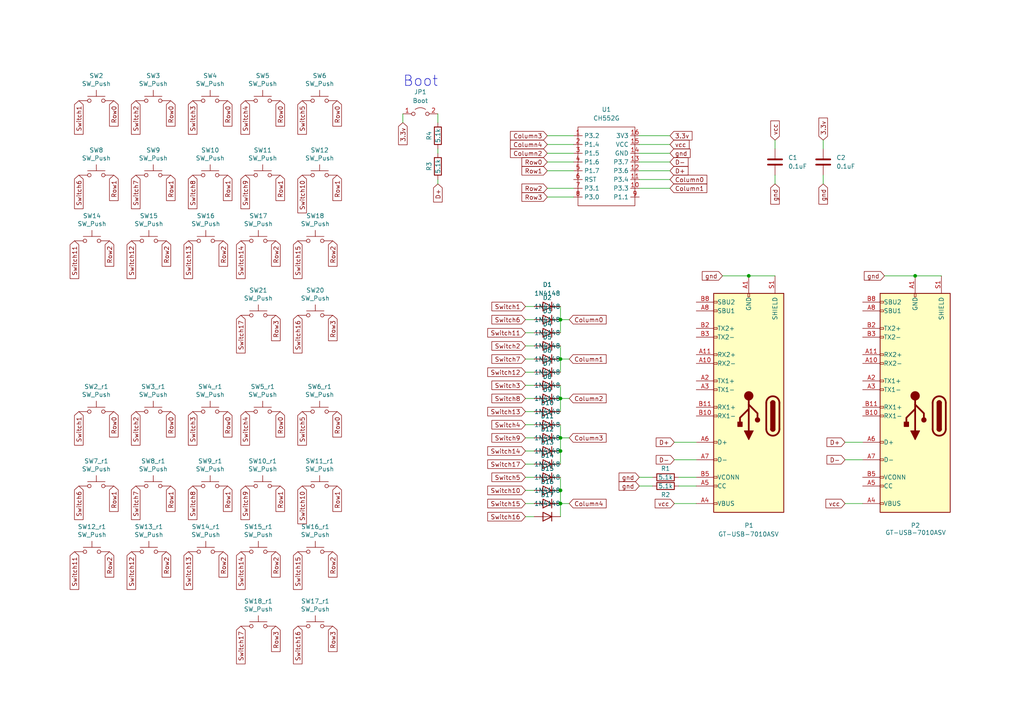
<source format=kicad_sch>
(kicad_sch (version 20211123) (generator eeschema)
  (paper "A4")
  (title_block (title "Sweep V2") (date "2021-03-10") (rev "0.1") (company "broomlabs"))
  (lib_symbols
    (symbol "CH552G:CH552G"
      (property "Reference" "U" (at 0 1.27 0))
      (property "Value" "CH552G" (at 0 -2.54 0))
      (symbol "CH552G_0_1"
        (rectangle (start -8.89 8.89) (end 7.62 -13.97))
      )
      (symbol "CH552G_1_1"
        (pin bidirectional line (at -10.16 6.35 0) (length 2.54) (name "P3.2") (number "1"))
        (pin bidirectional line (at 8.89 -8.89 180) (length 2.54) (name "P3.3") (number "10"))
        (pin bidirectional line (at 8.89 -6.35 180) (length 2.54) (name "P3.4") (number "11"))
        (pin bidirectional line (at 8.89 -3.81 180) (length 2.54) (name "P3.6") (number "12"))
        (pin bidirectional line (at 8.89 -1.27 180) (length 2.54) (name "P3.7") (number "13"))
        (pin bidirectional line (at 8.89 1.27 180) (length 2.54) (name "GND") (number "14"))
        (pin bidirectional line (at 8.89 3.81 180) (length 2.54) (name "VCC") (number "15"))
        (pin bidirectional line (at 8.89 6.35 180) (length 2.54) (name "3V3") (number "16"))
        (pin bidirectional line (at -10.16 3.81 0) (length 2.54) (name "P1.4") (number "2"))
        (pin bidirectional line (at -10.16 1.27 0) (length 2.54) (name "P1.5") (number "3"))
        (pin bidirectional line (at -10.16 -1.27 0) (length 2.54) (name "P1.6") (number "4"))
        (pin bidirectional line (at -10.16 -3.81 0) (length 2.54) (name "P1.7") (number "5"))
        (pin bidirectional line (at -10.16 -6.35 0) (length 2.54) (name "RST") (number "6"))
        (pin bidirectional line (at -10.16 -8.89 0) (length 2.54) (name "P3.1") (number "7"))
        (pin bidirectional line (at -10.16 -11.43 0) (length 2.54) (name "P3.0") (number "8"))
        (pin bidirectional line (at 8.89 -11.43 180) (length 2.54) (name "P1.1") (number "9"))
      )
    )
    (symbol "Connector:USB_C_Plug" (pin_names (offset 1.016))
      (property "Reference" "P" (at -10.16 29.21 0))
      (property "Value" "USB_C_Plug" (at 10.16 29.21 0))
      (symbol "USB_C_Plug_0_0"
        (rectangle (start -0.254 -35.56) (end 0.254 -34.544))
        (rectangle (start 10.16 -32.766) (end 9.144 -33.274))
        (rectangle (start 10.16 -30.226) (end 9.144 -30.734))
        (rectangle (start 10.16 -25.146) (end 9.144 -25.654))
        (rectangle (start 10.16 -22.606) (end 9.144 -23.114))
        (rectangle (start 10.16 -17.526) (end 9.144 -18.034))
        (rectangle (start 10.16 -14.986) (end 9.144 -15.494))
        (rectangle (start 10.16 -9.906) (end 9.144 -10.414))
        (rectangle (start 10.16 -7.366) (end 9.144 -7.874))
        (rectangle (start 10.16 -2.286) (end 9.144 -2.794))
        (rectangle (start 10.16 0.254) (end 9.144 -0.254))
        (rectangle (start 10.16 7.874) (end 9.144 7.366))
        (rectangle (start 10.16 12.954) (end 9.144 12.446))
        (rectangle (start 10.16 18.034) (end 9.144 17.526))
        (rectangle (start 10.16 20.574) (end 9.144 20.066))
        (rectangle (start 10.16 25.654) (end 9.144 25.146))
      )
      (symbol "USB_C_Plug_0_1"
        (rectangle (start -10.16 27.94) (end 10.16 -35.56) (stroke (width 0.254)) (fill (type background)))
        (arc (start -8.89 -3.81) (mid -6.985 -5.715) (end -5.08 -3.81) (stroke (width 0.508)))
        (arc (start -7.62 -3.81) (mid -6.985 -4.445) (end -6.35 -3.81) (stroke (width 0.254)))
        (arc (start -7.62 -3.81) (mid -6.985 -4.445) (end -6.35 -3.81) (stroke (width 0.254)) (fill (type outline)))
        (rectangle (start -7.62 -3.81) (end -6.35 3.81) (stroke (width 0.254)) (fill (type outline)))
        (arc (start -6.35 3.81) (mid -6.985 4.445) (end -7.62 3.81) (stroke (width 0.254)))
        (arc (start -6.35 3.81) (mid -6.985 4.445) (end -7.62 3.81) (stroke (width 0.254)) (fill (type outline)))
        (arc (start -5.08 3.81) (mid -6.985 5.715) (end -8.89 3.81) (stroke (width 0.508)))
        (polyline (pts (xy -8.89 -3.81) (xy -8.89 3.81)) (stroke (width 0.508)))
        (polyline (pts (xy -5.08 3.81) (xy -5.08 -3.81)) (stroke (width 0.508)))
      )
      (symbol "USB_C_Plug_1_1"
        (circle (center -2.54 1.143) (radius 0.635) (stroke (width 0.254)) (fill (type outline)))
        (circle (center 0 -5.842) (radius 1.27) (fill (type outline)))
        (polyline (pts (xy 0 -5.842) (xy 0 4.318)) (stroke (width 0.508)))
        (polyline (pts (xy 0 -3.302) (xy -2.54 -0.762) (xy -2.54 0.508)) (stroke (width 0.508)))
        (polyline (pts (xy 0 -2.032) (xy 2.54 0.508) (xy 2.54 1.778)) (stroke (width 0.508)))
        (polyline (pts (xy -1.27 4.318) (xy 0 6.858) (xy 1.27 4.318) (xy -1.27 4.318)) (stroke (width 0.254)) (fill (type outline)))
        (rectangle (start 1.905 1.778) (end 3.175 3.048) (stroke (width 0.254)) (fill (type outline)))
        (pin passive line (at 0 -40.64 90) (length 5.08) (name "GND") (number "A1"))
        (pin bidirectional line (at 15.24 -15.24 180) (length 5.08) (name "RX2-") (number "A10"))
        (pin bidirectional line (at 15.24 -17.78 180) (length 5.08) (name "RX2+") (number "A11"))
        (pin passive line (at 0 -40.64 90) (length 5.08) hide (name "GND") (number "A12"))
        (pin bidirectional line (at 15.24 -10.16 180) (length 5.08) (name "TX1+") (number "A2"))
        (pin bidirectional line (at 15.24 -7.62 180) (length 5.08) (name "TX1-") (number "A3"))
        (pin passive line (at 15.24 25.4 180) (length 5.08) (name "VBUS") (number "A4"))
        (pin bidirectional line (at 15.24 20.32 180) (length 5.08) (name "CC") (number "A5"))
        (pin bidirectional line (at 15.24 7.62 180) (length 5.08) (name "D+") (number "A6"))
        (pin bidirectional line (at 15.24 12.7 180) (length 5.08) (name "D-") (number "A7"))
        (pin bidirectional line (at 15.24 -30.48 180) (length 5.08) (name "SBU1") (number "A8"))
        (pin passive line (at 15.24 25.4 180) (length 5.08) hide (name "VBUS") (number "A9"))
        (pin passive line (at 0 -40.64 90) (length 5.08) hide (name "GND") (number "B1"))
        (pin bidirectional line (at 15.24 0 180) (length 5.08) (name "RX1-") (number "B10"))
        (pin bidirectional line (at 15.24 -2.54 180) (length 5.08) (name "RX1+") (number "B11"))
        (pin passive line (at 0 -40.64 90) (length 5.08) hide (name "GND") (number "B12"))
        (pin bidirectional line (at 15.24 -25.4 180) (length 5.08) (name "TX2+") (number "B2"))
        (pin bidirectional line (at 15.24 -22.86 180) (length 5.08) (name "TX2-") (number "B3"))
        (pin passive line (at 15.24 25.4 180) (length 5.08) hide (name "VBUS") (number "B4"))
        (pin bidirectional line (at 15.24 17.78 180) (length 5.08) (name "VCONN") (number "B5"))
        (pin bidirectional line (at 15.24 -33.02 180) (length 5.08) (name "SBU2") (number "B8"))
        (pin passive line (at 15.24 25.4 180) (length 5.08) hide (name "VBUS") (number "B9"))
        (pin passive line (at -7.62 -40.64 90) (length 5.08) (name "SHIELD") (number "S1"))
      )
    )
    (symbol "Device:C" (pin_numbers hide) (pin_names (offset 0.254))
      (property "Reference" "C" (at 0.635 2.54 0))
      (property "Value" "C" (at 0.635 -2.54 0))
      (symbol "C_0_1"
        (polyline (pts (xy -2.032 -0.762) (xy 2.032 -0.762)) (stroke (width 0.508)))
        (polyline (pts (xy -2.032 0.762) (xy 2.032 0.762)) (stroke (width 0.508)))
      )
      (symbol "C_1_1"
        (pin passive line (at 0 3.81 270) (length 2.794) (name "~") (number "1"))
        (pin passive line (at 0 -3.81 90) (length 2.794) (name "~") (number "2"))
      )
    )
    (symbol "Device:R" (pin_numbers hide) (pin_names (offset 0))
      (property "Reference" "R" (at 2.032 0 90))
      (property "Value" "R" (at 0 0 90))
      (symbol "R_0_1"
        (rectangle (start -1.016 -2.54) (end 1.016 2.54) (stroke (width 0.254)))
      )
      (symbol "R_1_1"
        (pin passive line (at 0 3.81 270) (length 1.27) (name "~") (number "1"))
        (pin passive line (at 0 -3.81 90) (length 1.27) (name "~") (number "2"))
      )
    )
    (symbol "Diode:1N4148" (pin_numbers hide) (pin_names hide)
      (property "Reference" "D" (at 0 2.54 0))
      (property "Value" "1N4148" (at 0 -2.54 0))
      (symbol "1N4148_0_1"
        (polyline (pts (xy -1.27 1.27) (xy -1.27 -1.27)) (stroke (width 0.254)))
        (polyline (pts (xy 1.27 0) (xy -1.27 0)))
        (polyline (pts (xy 1.27 1.27) (xy 1.27 -1.27) (xy -1.27 0) (xy 1.27 1.27)) (stroke (width 0.254)))
      )
      (symbol "1N4148_1_1"
        (pin passive line (at -3.81 0 0) (length 2.54) (name "K") (number "1"))
        (pin passive line (at 3.81 0 180) (length 2.54) (name "A") (number "2"))
      )
    )
    (symbol "Jumper:Jumper_2_Open" (pin_names (offset 0) hide)
      (property "Reference" "JP" (at 0 2.794 0))
      (property "Value" "Jumper_2_Open" (at 0 -2.286 0))
      (symbol "Jumper_2_Open_0_0"
        (circle (center -2.032 0) (radius 0.508))
        (circle (center 2.032 0) (radius 0.508))
      )
      (symbol "Jumper_2_Open_0_1"
        (arc (start 1.524 1.27) (mid 0 1.778) (end -1.524 1.27))
      )
      (symbol "Jumper_2_Open_1_1"
        (pin passive line (at -5.08 0 0) (length 2.54) (name "A") (number "1"))
        (pin passive line (at 5.08 0 180) (length 2.54) (name "B") (number "2"))
      )
    )
    (symbol "Switch:SW_Push" (pin_numbers hide) (pin_names (offset 1.016) hide)
      (property "Reference" "SW" (at 1.27 2.54 0))
      (property "Value" "SW_Push" (at 0 -1.524 0))
      (symbol "SW_Push_0_1"
        (circle (center -2.032 0) (radius 0.508))
        (polyline (pts (xy 0 1.27) (xy 0 3.048)))
        (polyline (pts (xy 2.54 1.27) (xy -2.54 1.27)))
        (circle (center 2.032 0) (radius 0.508))
        (pin passive line (at -5.08 0 0) (length 2.54) (name "1") (number "1"))
        (pin passive line (at 5.08 0 180) (length 2.54) (name "2") (number "2"))
      )
    )
  )
  (junction (at 162.56 146.05))
  (junction (at 217.17 80.01))
  (junction (at 162.56 115.57))
  (junction (at 162.56 104.14))
  (junction (at 162.56 127))
  (junction (at 265.43 80.01))
  (junction (at 162.56 92.71))
  (junction (at 162.56 142.24))
  (junction (at 162.56 130.81))
  (wire (pts (xy 152.4 96.52) (xy 154.94 96.52)))
  (wire (pts (xy 152.4 123.19) (xy 154.94 123.19)))
  (wire (pts (xy 162.56 138.43) (xy 162.56 142.24)))
  (wire (pts (xy 152.4 104.14) (xy 154.94 104.14)))
  (wire (pts (xy 152.4 146.05) (xy 154.94 146.05)))
  (wire (pts (xy 152.4 127) (xy 154.94 127)))
  (wire (pts (xy 185.42 138.43) (xy 189.23 138.43)))
  (wire (pts (xy 158.75 39.37) (xy 166.37 39.37)))
  (wire (pts (xy 185.42 41.91) (xy 194.31 41.91)))
  (wire (pts (xy 162.56 104.14) (xy 162.56 107.95)))
  (wire (pts (xy 158.75 41.91) (xy 166.37 41.91)))
  (wire (pts (xy 162.56 100.33) (xy 162.56 104.14)))
  (wire (pts (xy 152.4 130.81) (xy 154.94 130.81)))
  (wire (pts (xy 152.4 88.9) (xy 154.94 88.9)))
  (wire (pts (xy 196.85 140.97) (xy 201.93 140.97)))
  (wire (pts (xy 162.56 146.05) (xy 165.1 146.05)))
  (wire (pts (xy 162.56 115.57) (xy 162.56 119.38)))
  (wire (pts (xy 238.76 50.8) (xy 238.76 53.34)))
  (wire (pts (xy 162.56 130.81) (xy 162.56 134.62)))
  (wire (pts (xy 238.76 40.64) (xy 238.76 43.18)))
  (wire (pts (xy 224.79 40.64) (xy 224.79 43.18)))
  (wire (pts (xy 158.75 44.45) (xy 166.37 44.45)))
  (wire (pts (xy 152.4 119.38) (xy 154.94 119.38)))
  (wire (pts (xy 195.58 146.05) (xy 201.93 146.05)))
  (wire (pts (xy 162.56 111.76) (xy 162.56 115.57)))
  (wire (pts (xy 162.56 115.57) (xy 165.1 115.57)))
  (wire (pts (xy 185.42 39.37) (xy 194.31 39.37)))
  (wire (pts (xy 185.42 54.61) (xy 194.31 54.61)))
  (wire (pts (xy 127 33.02) (xy 127 35.56)))
  (wire (pts (xy 185.42 46.99) (xy 194.31 46.99)))
  (wire (pts (xy 152.4 111.76) (xy 154.94 111.76)))
  (wire (pts (xy 195.58 128.27) (xy 201.93 128.27)))
  (wire (pts (xy 162.56 104.14) (xy 165.1 104.14)))
  (wire (pts (xy 162.56 142.24) (xy 162.56 146.05)))
  (wire (pts (xy 158.75 57.15) (xy 166.37 57.15)))
  (wire (pts (xy 127 52.07) (xy 127 53.34)))
  (wire (pts (xy 152.4 100.33) (xy 154.94 100.33)))
  (wire (pts (xy 158.75 49.53) (xy 166.37 49.53)))
  (wire (pts (xy 152.4 134.62) (xy 154.94 134.62)))
  (wire (pts (xy 152.4 92.71) (xy 154.94 92.71)))
  (wire (pts (xy 265.43 80.01) (xy 273.05 80.01)))
  (wire (pts (xy 185.42 140.97) (xy 189.23 140.97)))
  (wire (pts (xy 162.56 127) (xy 162.56 130.81)))
  (wire (pts (xy 209.55 80.01) (xy 217.17 80.01)))
  (wire (pts (xy 245.11 128.27) (xy 250.19 128.27)))
  (wire (pts (xy 224.79 50.8) (xy 224.79 53.34)))
  (wire (pts (xy 245.11 133.35) (xy 250.19 133.35)))
  (wire (pts (xy 185.42 44.45) (xy 194.31 44.45)))
  (wire (pts (xy 162.56 92.71) (xy 162.56 96.52)))
  (wire (pts (xy 162.56 92.71) (xy 165.1 92.71)))
  (wire (pts (xy 116.84 33.02) (xy 116.84 35.56)))
  (wire (pts (xy 158.75 46.99) (xy 166.37 46.99)))
  (wire (pts (xy 152.4 115.57) (xy 154.94 115.57)))
  (wire (pts (xy 217.17 80.01) (xy 224.79 80.01)))
  (wire (pts (xy 162.56 88.9) (xy 162.56 92.71)))
  (wire (pts (xy 152.4 142.24) (xy 154.94 142.24)))
  (wire (pts (xy 195.58 133.35) (xy 201.93 133.35)))
  (wire (pts (xy 245.11 146.05) (xy 250.19 146.05)))
  (wire (pts (xy 196.85 138.43) (xy 201.93 138.43)))
  (wire (pts (xy 152.4 149.86) (xy 154.94 149.86)))
  (wire (pts (xy 127 43.18) (xy 127 44.45)))
  (wire (pts (xy 256.54 80.01) (xy 265.43 80.01)))
  (wire (pts (xy 162.56 146.05) (xy 162.56 149.86)))
  (wire (pts (xy 158.75 54.61) (xy 166.37 54.61)))
  (wire (pts (xy 152.4 138.43) (xy 154.94 138.43)))
  (wire (pts (xy 162.56 127) (xy 165.1 127)))
  (wire (pts (xy 185.42 52.07) (xy 194.31 52.07)))
  (wire (pts (xy 162.56 123.19) (xy 162.56 127)))
  (wire (pts (xy 152.4 107.95) (xy 154.94 107.95)))
  (wire (pts (xy 185.42 49.53) (xy 194.31 49.53)))
  (text "Boot" (at 116.84 25.4 0) (effects (font (size 2.9972 2.9972)) (justify left bottom)))
  (global_label "Switch8" (shape input) (at 152.4 115.57 180) (property "Intersheet References" "${INTERSHEET_REFS}" (effects hide)))
  (global_label "Switch17" (shape input) (at 69.85 91.44 270) (property "Intersheet References" "${INTERSHEET_REFS}" (effects hide)))
  (global_label "Row2" (shape input) (at 96.52 69.85 270) (property "Intersheet References" "${INTERSHEET_REFS}" (effects hide)))
  (global_label "Row1" (shape input) (at 97.79 140.97 270) (property "Intersheet References" "${INTERSHEET_REFS}" (effects hide)))
  (global_label "Switch3" (shape input) (at 55.88 29.21 270) (property "Intersheet References" "${INTERSHEET_REFS}" (effects hide)))
  (global_label "D+" (shape input) (at 195.58 128.27 180) (property "Intersheet References" "${INTERSHEET_REFS}" (effects hide)))
  (global_label "Column4" (shape input) (at 165.1 146.05 0) (property "Intersheet References" "${INTERSHEET_REFS}" (effects hide)))
  (global_label "Column1" (shape input) (at 194.31 54.61 0) (property "Intersheet References" "${INTERSHEET_REFS}" (effects hide)))
  (global_label "Switch7" (shape input) (at 39.37 50.8 270) (property "Intersheet References" "${INTERSHEET_REFS}" (effects hide)))
  (global_label "Switch5" (shape input) (at 87.63 119.38 270) (property "Intersheet References" "${INTERSHEET_REFS}" (effects hide)))
  (global_label "Row2" (shape input) (at 64.77 69.85 270) (property "Intersheet References" "${INTERSHEET_REFS}" (effects hide)))
  (global_label "Switch7" (shape input) (at 39.37 140.97 270) (property "Intersheet References" "${INTERSHEET_REFS}" (effects hide)))
  (global_label "D+" (shape input) (at 127 53.34 270) (property "Intersheet References" "${INTERSHEET_REFS}" (effects hide)))
  (global_label "Row2" (shape input) (at 80.01 160.02 270) (property "Intersheet References" "${INTERSHEET_REFS}" (effects hide)))
  (global_label "Row0" (shape input) (at 66.04 119.38 270) (property "Intersheet References" "${INTERSHEET_REFS}" (effects hide)))
  (global_label "Row2" (shape input) (at 48.26 69.85 270) (property "Intersheet References" "${INTERSHEET_REFS}" (effects hide)))
  (global_label "vcc" (shape input) (at 245.11 146.05 180) (property "Intersheet References" "${INTERSHEET_REFS}" (effects hide)))
  (global_label "Switch13" (shape input) (at 54.61 160.02 270) (property "Intersheet References" "${INTERSHEET_REFS}" (effects hide)))
  (global_label "Switch15" (shape input) (at 152.4 146.05 180) (property "Intersheet References" "${INTERSHEET_REFS}" (effects hide)))
  (global_label "Switch17" (shape input) (at 152.4 134.62 180) (property "Intersheet References" "${INTERSHEET_REFS}" (effects hide)))
  (global_label "Switch17" (shape input) (at 69.85 181.61 270) (property "Intersheet References" "${INTERSHEET_REFS}" (effects hide)))
  (global_label "gnd" (shape input) (at 256.54 80.01 180) (property "Intersheet References" "${INTERSHEET_REFS}" (effects hide)))
  (global_label "Switch4" (shape input) (at 71.12 29.21 270) (property "Intersheet References" "${INTERSHEET_REFS}" (effects hide)))
  (global_label "Switch14" (shape input) (at 69.85 160.02 270) (property "Intersheet References" "${INTERSHEET_REFS}" (effects hide)))
  (global_label "Switch15" (shape input) (at 86.36 69.85 270) (property "Intersheet References" "${INTERSHEET_REFS}" (effects hide)))
  (global_label "Row1" (shape input) (at 97.79 50.8 270) (property "Intersheet References" "${INTERSHEET_REFS}" (effects hide)))
  (global_label "Switch14" (shape input) (at 152.4 130.81 180) (property "Intersheet References" "${INTERSHEET_REFS}" (effects hide)))
  (global_label "Switch16" (shape input) (at 86.36 91.44 270) (property "Intersheet References" "${INTERSHEET_REFS}" (effects hide)))
  (global_label "Row1" (shape input) (at 158.75 49.53 180) (property "Intersheet References" "${INTERSHEET_REFS}" (effects hide)))
  (global_label "Row3" (shape input) (at 80.01 181.61 270) (property "Intersheet References" "${INTERSHEET_REFS}" (effects hide)))
  (global_label "Switch16" (shape input) (at 152.4 149.86 180) (property "Intersheet References" "${INTERSHEET_REFS}" (effects hide)))
  (global_label "Column4" (shape input) (at 158.75 41.91 180) (property "Intersheet References" "${INTERSHEET_REFS}" (effects hide)))
  (global_label "Row0" (shape input) (at 49.53 119.38 270) (property "Intersheet References" "${INTERSHEET_REFS}" (effects hide)))
  (global_label "Switch1" (shape input) (at 152.4 88.9 180) (property "Intersheet References" "${INTERSHEET_REFS}" (effects hide)))
  (global_label "Switch3" (shape input) (at 152.4 111.76 180) (property "Intersheet References" "${INTERSHEET_REFS}" (effects hide)))
  (global_label "Switch5" (shape input) (at 87.63 29.21 270) (property "Intersheet References" "${INTERSHEET_REFS}" (effects hide)))
  (global_label "Switch4" (shape input) (at 71.12 119.38 270) (property "Intersheet References" "${INTERSHEET_REFS}" (effects hide)))
  (global_label "Switch9" (shape input) (at 71.12 50.8 270) (property "Intersheet References" "${INTERSHEET_REFS}" (effects hide)))
  (global_label "Switch16" (shape input) (at 86.36 181.61 270) (property "Intersheet References" "${INTERSHEET_REFS}" (effects hide)))
  (global_label "Row2" (shape input) (at 80.01 69.85 270) (property "Intersheet References" "${INTERSHEET_REFS}" (effects hide)))
  (global_label "3.3v" (shape input) (at 116.84 35.56 270) (property "Intersheet References" "${INTERSHEET_REFS}" (effects hide)))
  (global_label "Row3" (shape input) (at 80.01 91.44 270) (property "Intersheet References" "${INTERSHEET_REFS}" (effects hide)))
  (global_label "Row0" (shape input) (at 81.28 29.21 270) (property "Intersheet References" "${INTERSHEET_REFS}" (effects hide)))
  (global_label "Switch11" (shape input) (at 21.59 69.85 270) (property "Intersheet References" "${INTERSHEET_REFS}" (effects hide)))
  (global_label "gnd" (shape input) (at 194.31 44.45 0) (property "Intersheet References" "${INTERSHEET_REFS}" (effects hide)))
  (global_label "D+" (shape input) (at 194.31 49.53 0) (property "Intersheet References" "${INTERSHEET_REFS}" (effects hide)))
  (global_label "Switch1" (shape input) (at 22.86 119.38 270) (property "Intersheet References" "${INTERSHEET_REFS}" (effects hide)))
  (global_label "Switch8" (shape input) (at 55.88 50.8 270) (property "Intersheet References" "${INTERSHEET_REFS}" (effects hide)))
  (global_label "Switch9" (shape input) (at 152.4 127 180) (property "Intersheet References" "${INTERSHEET_REFS}" (effects hide)))
  (global_label "D-" (shape input) (at 245.11 133.35 180) (property "Intersheet References" "${INTERSHEET_REFS}" (effects hide)))
  (global_label "Column0" (shape input) (at 194.31 52.07 0) (property "Intersheet References" "${INTERSHEET_REFS}" (effects hide)))
  (global_label "Row2" (shape input) (at 158.75 54.61 180) (property "Intersheet References" "${INTERSHEET_REFS}" (effects hide)))
  (global_label "Switch8" (shape input) (at 55.88 140.97 270) (property "Intersheet References" "${INTERSHEET_REFS}" (effects hide)))
  (global_label "Switch6" (shape input) (at 152.4 92.71 180) (property "Intersheet References" "${INTERSHEET_REFS}" (effects hide)))
  (global_label "Row1" (shape input) (at 33.02 140.97 270) (property "Intersheet References" "${INTERSHEET_REFS}" (effects hide)))
  (global_label "Row1" (shape input) (at 81.28 140.97 270) (property "Intersheet References" "${INTERSHEET_REFS}" (effects hide)))
  (global_label "Switch1" (shape input) (at 22.86 29.21 270) (property "Intersheet References" "${INTERSHEET_REFS}" (effects hide)))
  (global_label "vcc" (shape input) (at 194.31 41.91 0) (property "Intersheet References" "${INTERSHEET_REFS}" (effects hide)))
  (global_label "Switch13" (shape input) (at 152.4 119.38 180) (property "Intersheet References" "${INTERSHEET_REFS}" (effects hide)))
  (global_label "Column3" (shape input) (at 165.1 127 0) (property "Intersheet References" "${INTERSHEET_REFS}" (effects hide)))
  (global_label "Row1" (shape input) (at 49.53 50.8 270) (property "Intersheet References" "${INTERSHEET_REFS}" (effects hide)))
  (global_label "Row1" (shape input) (at 33.02 50.8 270) (property "Intersheet References" "${INTERSHEET_REFS}" (effects hide)))
  (global_label "Switch7" (shape input) (at 152.4 104.14 180) (property "Intersheet References" "${INTERSHEET_REFS}" (effects hide)))
  (global_label "Switch12" (shape input) (at 38.1 160.02 270) (property "Intersheet References" "${INTERSHEET_REFS}" (effects hide)))
  (global_label "Column3" (shape input) (at 158.75 39.37 180) (property "Intersheet References" "${INTERSHEET_REFS}" (effects hide)))
  (global_label "Switch2" (shape input) (at 39.37 119.38 270) (property "Intersheet References" "${INTERSHEET_REFS}" (effects hide)))
  (global_label "Switch11" (shape input) (at 152.4 96.52 180) (property "Intersheet References" "${INTERSHEET_REFS}" (effects hide)))
  (global_label "Row1" (shape input) (at 66.04 140.97 270) (property "Intersheet References" "${INTERSHEET_REFS}" (effects hide)))
  (global_label "D-" (shape input) (at 194.31 46.99 0) (property "Intersheet References" "${INTERSHEET_REFS}" (effects hide)))
  (global_label "Switch2" (shape input) (at 39.37 29.21 270) (property "Intersheet References" "${INTERSHEET_REFS}" (effects hide)))
  (global_label "gnd" (shape input) (at 209.55 80.01 180) (property "Intersheet References" "${INTERSHEET_REFS}" (effects hide)))
  (global_label "Switch11" (shape input) (at 21.59 160.02 270) (property "Intersheet References" "${INTERSHEET_REFS}" (effects hide)))
  (global_label "Column2" (shape input) (at 158.75 44.45 180) (property "Intersheet References" "${INTERSHEET_REFS}" (effects hide)))
  (global_label "Row0" (shape input) (at 97.79 29.21 270) (property "Intersheet References" "${INTERSHEET_REFS}" (effects hide)))
  (global_label "Row1" (shape input) (at 81.28 50.8 270) (property "Intersheet References" "${INTERSHEET_REFS}" (effects hide)))
  (global_label "gnd" (shape input) (at 185.42 140.97 180) (property "Intersheet References" "${INTERSHEET_REFS}" (effects hide)))
  (global_label "Column1" (shape input) (at 165.1 104.14 0) (property "Intersheet References" "${INTERSHEET_REFS}" (effects hide)))
  (global_label "Row2" (shape input) (at 96.52 160.02 270) (property "Intersheet References" "${INTERSHEET_REFS}" (effects hide)))
  (global_label "gnd" (shape input) (at 238.76 53.34 270) (property "Intersheet References" "${INTERSHEET_REFS}" (effects hide)))
  (global_label "Switch9" (shape input) (at 71.12 140.97 270) (property "Intersheet References" "${INTERSHEET_REFS}" (effects hide)))
  (global_label "gnd" (shape input) (at 224.79 53.34 270) (property "Intersheet References" "${INTERSHEET_REFS}" (effects hide)))
  (global_label "Row3" (shape input) (at 96.52 181.61 270) (property "Intersheet References" "${INTERSHEET_REFS}" (effects hide)))
  (global_label "Switch12" (shape input) (at 152.4 107.95 180) (property "Intersheet References" "${INTERSHEET_REFS}" (effects hide)))
  (global_label "Row2" (shape input) (at 31.75 160.02 270) (property "Intersheet References" "${INTERSHEET_REFS}" (effects hide)))
  (global_label "Row2" (shape input) (at 48.26 160.02 270) (property "Intersheet References" "${INTERSHEET_REFS}" (effects hide)))
  (global_label "3.3v" (shape input) (at 194.31 39.37 0) (property "Intersheet References" "${INTERSHEET_REFS}" (effects hide)))
  (global_label "Row3" (shape input) (at 96.52 91.44 270) (property "Intersheet References" "${INTERSHEET_REFS}" (effects hide)))
  (global_label "Switch10" (shape input) (at 152.4 142.24 180) (property "Intersheet References" "${INTERSHEET_REFS}" (effects hide)))
  (global_label "Switch2" (shape input) (at 152.4 100.33 180) (property "Intersheet References" "${INTERSHEET_REFS}" (effects hide)))
  (global_label "Switch15" (shape input) (at 86.36 160.02 270) (property "Intersheet References" "${INTERSHEET_REFS}" (effects hide)))
  (global_label "Column2" (shape input) (at 165.1 115.57 0) (property "Intersheet References" "${INTERSHEET_REFS}" (effects hide)))
  (global_label "D+" (shape input) (at 245.11 128.27 180) (property "Intersheet References" "${INTERSHEET_REFS}" (effects hide)))
  (global_label "gnd" (shape input) (at 185.42 138.43 180) (property "Intersheet References" "${INTERSHEET_REFS}" (effects hide)))
  (global_label "Row0" (shape input) (at 81.28 119.38 270) (property "Intersheet References" "${INTERSHEET_REFS}" (effects hide)))
  (global_label "Row2" (shape input) (at 64.77 160.02 270) (property "Intersheet References" "${INTERSHEET_REFS}" (effects hide)))
  (global_label "Switch10" (shape input) (at 87.63 50.8 270) (property "Intersheet References" "${INTERSHEET_REFS}" (effects hide)))
  (global_label "Switch5" (shape input) (at 152.4 138.43 180) (property "Intersheet References" "${INTERSHEET_REFS}" (effects hide)))
  (global_label "Column0" (shape input) (at 165.1 92.71 0) (property "Intersheet References" "${INTERSHEET_REFS}" (effects hide)))
  (global_label "D-" (shape input) (at 195.58 133.35 180) (property "Intersheet References" "${INTERSHEET_REFS}" (effects hide)))
  (global_label "Switch14" (shape input) (at 69.85 69.85 270) (property "Intersheet References" "${INTERSHEET_REFS}" (effects hide)))
  (global_label "Row3" (shape input) (at 158.75 57.15 180) (property "Intersheet References" "${INTERSHEET_REFS}" (effects hide)))
  (global_label "Switch6" (shape input) (at 22.86 50.8 270) (property "Intersheet References" "${INTERSHEET_REFS}" (effects hide)))
  (global_label "Row1" (shape input) (at 49.53 140.97 270) (property "Intersheet References" "${INTERSHEET_REFS}" (effects hide)))
  (global_label "Row0" (shape input) (at 158.75 46.99 180) (property "Intersheet References" "${INTERSHEET_REFS}" (effects hide)))
  (global_label "Switch10" (shape input) (at 87.63 140.97 270) (property "Intersheet References" "${INTERSHEET_REFS}" (effects hide)))
  (global_label "Row1" (shape input) (at 66.04 50.8 270) (property "Intersheet References" "${INTERSHEET_REFS}" (effects hide)))
  (global_label "Switch12" (shape input) (at 38.1 69.85 270) (property "Intersheet References" "${INTERSHEET_REFS}" (effects hide)))
  (global_label "3.3v" (shape input) (at 238.76 40.64 90) (property "Intersheet References" "${INTERSHEET_REFS}" (effects hide)))
  (global_label "Row0" (shape input) (at 49.53 29.21 270) (property "Intersheet References" "${INTERSHEET_REFS}" (effects hide)))
  (global_label "Row0" (shape input) (at 33.02 119.38 270) (property "Intersheet References" "${INTERSHEET_REFS}" (effects hide)))
  (global_label "Row0" (shape input) (at 97.79 119.38 270) (property "Intersheet References" "${INTERSHEET_REFS}" (effects hide)))
  (global_label "Row2" (shape input) (at 31.75 69.85 270) (property "Intersheet References" "${INTERSHEET_REFS}" (effects hide)))
  (global_label "vcc" (shape input) (at 224.79 40.64 90) (property "Intersheet References" "${INTERSHEET_REFS}" (effects hide)))
  (global_label "Row0" (shape input) (at 33.02 29.21 270) (property "Intersheet References" "${INTERSHEET_REFS}" (effects hide)))
  (global_label "Switch4" (shape input) (at 152.4 123.19 180) (property "Intersheet References" "${INTERSHEET_REFS}" (effects hide)))
  (global_label "Row0" (shape input) (at 66.04 29.21 270) (property "Intersheet References" "${INTERSHEET_REFS}" (effects hide)))
  (global_label "Switch6" (shape input) (at 22.86 140.97 270) (property "Intersheet References" "${INTERSHEET_REFS}" (effects hide)))
  (global_label "Switch13" (shape input) (at 54.61 69.85 270) (property "Intersheet References" "${INTERSHEET_REFS}" (effects hide)))
  (global_label "Switch3" (shape input) (at 55.88 119.38 270) (property "Intersheet References" "${INTERSHEET_REFS}" (effects hide)))
  (global_label "vcc" (shape input) (at 195.58 146.05 180) (property "Intersheet References" "${INTERSHEET_REFS}" (effects hide)))
  (symbol (lib_id "Switch:SW_Push") (at 27.94 29.21 0) (unit 1)
    (property "Reference" "SW2" (at 27.94 21.971 0))
    (property "Value" "SW_Push" (at 27.94 24.2824 0))
    (property "Footprint" "Button_Switch_Keyboard:SW_Cherry_MX_1.00u_PCB" (effects hide))
  )
  (symbol (lib_id "Switch:SW_Push") (at 44.45 29.21 0) (unit 1)
    (property "Reference" "SW3" (at 44.45 21.971 0))
    (property "Value" "SW_Push" (at 44.45 24.2824 0))
    (property "Footprint" "Button_Switch_Keyboard:SW_Cherry_MX_1.00u_PCB" (effects hide))
  )
  (symbol (lib_id "Switch:SW_Push") (at 60.96 29.21 0) (unit 1)
    (property "Reference" "SW4" (at 60.96 21.971 0))
    (property "Value" "SW_Push" (at 60.96 24.2824 0))
    (property "Footprint" "Button_Switch_Keyboard:SW_Cherry_MX_1.00u_PCB" (effects hide))
  )
  (symbol (lib_id "Switch:SW_Push") (at 76.2 29.21 0) (unit 1)
    (property "Reference" "SW5" (at 76.2 21.971 0))
    (property "Value" "SW_Push" (at 76.2 24.2824 0))
    (property "Footprint" "Button_Switch_Keyboard:SW_Cherry_MX_1.00u_PCB" (effects hide))
  )
  (symbol (lib_id "Switch:SW_Push") (at 92.71 29.21 0) (unit 1)
    (property "Reference" "SW6" (at 92.71 21.971 0))
    (property "Value" "SW_Push" (at 92.71 24.2824 0))
    (property "Footprint" "Button_Switch_Keyboard:SW_Cherry_MX_1.00u_PCB" (effects hide))
  )
  (symbol (lib_id "Switch:SW_Push") (at 91.44 91.44 0) (unit 1)
    (property "Reference" "SW20" (at 91.44 84.201 0))
    (property "Value" "SW_Push" (at 91.44 86.5124 0))
    (property "Footprint" "Button_Switch_Keyboard:SW_Cherry_MX_1.00u_PCB" (effects hide))
  )
  (symbol (lib_id "Switch:SW_Push") (at 74.93 91.44 0) (unit 1)
    (property "Reference" "SW21" (at 74.93 84.201 0))
    (property "Value" "SW_Push" (at 74.93 86.5124 0))
    (property "Footprint" "Button_Switch_Keyboard:SW_Cherry_MX_1.00u_PCB" (effects hide))
  )
  (symbol (lib_id "Switch:SW_Push") (at 27.94 50.8 0) (unit 1)
    (property "Reference" "SW8" (at 27.94 43.561 0))
    (property "Value" "SW_Push" (at 27.94 45.8724 0))
    (property "Footprint" "Button_Switch_Keyboard:SW_Cherry_MX_1.00u_PCB" (effects hide))
  )
  (symbol (lib_id "Switch:SW_Push") (at 44.45 50.8 0) (unit 1)
    (property "Reference" "SW9" (at 44.45 43.561 0))
    (property "Value" "SW_Push" (at 44.45 45.8724 0))
    (property "Footprint" "Button_Switch_Keyboard:SW_Cherry_MX_1.00u_PCB" (effects hide))
  )
  (symbol (lib_id "Switch:SW_Push") (at 60.96 50.8 0) (unit 1)
    (property "Reference" "SW10" (at 60.96 43.561 0))
    (property "Value" "SW_Push" (at 60.96 45.8724 0))
    (property "Footprint" "Button_Switch_Keyboard:SW_Cherry_MX_1.00u_PCB" (effects hide))
  )
  (symbol (lib_id "Switch:SW_Push") (at 76.2 50.8 0) (unit 1)
    (property "Reference" "SW11" (at 76.2 43.561 0))
    (property "Value" "SW_Push" (at 76.2 45.8724 0))
    (property "Footprint" "Button_Switch_Keyboard:SW_Cherry_MX_1.00u_PCB" (effects hide))
  )
  (symbol (lib_id "Switch:SW_Push") (at 92.71 50.8 0) (unit 1)
    (property "Reference" "SW12" (at 92.71 43.561 0))
    (property "Value" "SW_Push" (at 92.71 45.8724 0))
    (property "Footprint" "Button_Switch_Keyboard:SW_Cherry_MX_1.00u_PCB" (effects hide))
  )
  (symbol (lib_id "Switch:SW_Push") (at 26.67 69.85 0) (unit 1)
    (property "Reference" "SW14" (at 26.67 62.611 0))
    (property "Value" "SW_Push" (at 26.67 64.9224 0))
    (property "Footprint" "Button_Switch_Keyboard:SW_Cherry_MX_1.00u_PCB" (effects hide))
  )
  (symbol (lib_id "Switch:SW_Push") (at 43.18 69.85 0) (unit 1)
    (property "Reference" "SW15" (at 43.18 62.611 0))
    (property "Value" "SW_Push" (at 43.18 64.9224 0))
    (property "Footprint" "Button_Switch_Keyboard:SW_Cherry_MX_1.00u_PCB" (effects hide))
  )
  (symbol (lib_id "Switch:SW_Push") (at 59.69 69.85 0) (unit 1)
    (property "Reference" "SW16" (at 59.69 62.611 0))
    (property "Value" "SW_Push" (at 59.69 64.9224 0))
    (property "Footprint" "Button_Switch_Keyboard:SW_Cherry_MX_1.00u_PCB" (effects hide))
  )
  (symbol (lib_id "Switch:SW_Push") (at 74.93 69.85 0) (unit 1)
    (property "Reference" "SW17" (at 74.93 62.611 0))
    (property "Value" "SW_Push" (at 74.93 64.9224 0))
    (property "Footprint" "Button_Switch_Keyboard:SW_Cherry_MX_1.00u_PCB" (effects hide))
  )
  (symbol (lib_id "Switch:SW_Push") (at 91.44 69.85 0) (unit 1)
    (property "Reference" "SW18" (at 91.44 62.611 0))
    (property "Value" "SW_Push" (at 91.44 64.9224 0))
    (property "Footprint" "Button_Switch_Keyboard:SW_Cherry_MX_1.00u_PCB" (effects hide))
  )
  (symbol (lib_id "Switch:SW_Push") (at 27.94 119.38 0) (unit 1)
    (property "Reference" "SW2_r1" (at 27.94 112.141 0))
    (property "Value" "SW_Push" (at 27.94 114.4524 0))
    (property "Footprint" "Button_Switch_Keyboard:SW_Cherry_MX_1.00u_PCB" (effects hide))
  )
  (symbol (lib_id "Switch:SW_Push") (at 44.45 119.38 0) (unit 1)
    (property "Reference" "SW3_r1" (at 44.45 112.141 0))
    (property "Value" "SW_Push" (at 44.45 114.4524 0))
    (property "Footprint" "Button_Switch_Keyboard:SW_Cherry_MX_1.00u_PCB" (effects hide))
  )
  (symbol (lib_id "Switch:SW_Push") (at 60.96 119.38 0) (unit 1)
    (property "Reference" "SW4_r1" (at 60.96 112.141 0))
    (property "Value" "SW_Push" (at 60.96 114.4524 0))
    (property "Footprint" "Button_Switch_Keyboard:SW_Cherry_MX_1.00u_PCB" (effects hide))
  )
  (symbol (lib_id "Switch:SW_Push") (at 76.2 119.38 0) (unit 1)
    (property "Reference" "SW5_r1" (at 76.2 112.141 0))
    (property "Value" "SW_Push" (at 76.2 114.4524 0))
    (property "Footprint" "Button_Switch_Keyboard:SW_Cherry_MX_1.00u_PCB" (effects hide))
  )
  (symbol (lib_id "Switch:SW_Push") (at 92.71 119.38 0) (unit 1)
    (property "Reference" "SW6_r1" (at 92.71 112.141 0))
    (property "Value" "SW_Push" (at 92.71 114.4524 0))
    (property "Footprint" "Button_Switch_Keyboard:SW_Cherry_MX_1.00u_PCB" (effects hide))
  )
  (symbol (lib_id "Switch:SW_Push") (at 91.44 181.61 0) (unit 1)
    (property "Reference" "SW17_r1" (at 91.44 174.371 0))
    (property "Value" "SW_Push" (at 91.44 176.6824 0))
    (property "Footprint" "Button_Switch_Keyboard:SW_Cherry_MX_1.00u_PCB" (effects hide))
  )
  (symbol (lib_id "Switch:SW_Push") (at 74.93 181.61 0) (unit 1)
    (property "Reference" "SW18_r1" (at 74.93 174.371 0))
    (property "Value" "SW_Push" (at 74.93 176.6824 0))
    (property "Footprint" "Button_Switch_Keyboard:SW_Cherry_MX_1.00u_PCB" (effects hide))
  )
  (symbol (lib_id "Switch:SW_Push") (at 27.94 140.97 0) (unit 1)
    (property "Reference" "SW7_r1" (at 27.94 133.731 0))
    (property "Value" "SW_Push" (at 27.94 136.0424 0))
    (property "Footprint" "Button_Switch_Keyboard:SW_Cherry_MX_1.00u_PCB" (effects hide))
  )
  (symbol (lib_id "Switch:SW_Push") (at 44.45 140.97 0) (unit 1)
    (property "Reference" "SW8_r1" (at 44.45 133.731 0))
    (property "Value" "SW_Push" (at 44.45 136.0424 0))
    (property "Footprint" "Button_Switch_Keyboard:SW_Cherry_MX_1.00u_PCB" (effects hide))
  )
  (symbol (lib_id "Switch:SW_Push") (at 60.96 140.97 0) (unit 1)
    (property "Reference" "SW9_r1" (at 60.96 133.731 0))
    (property "Value" "SW_Push" (at 60.96 136.0424 0))
    (property "Footprint" "Button_Switch_Keyboard:SW_Cherry_MX_1.00u_PCB" (effects hide))
  )
  (symbol (lib_id "Switch:SW_Push") (at 76.2 140.97 0) (unit 1)
    (property "Reference" "SW10_r1" (at 76.2 133.731 0))
    (property "Value" "SW_Push" (at 76.2 136.0424 0))
    (property "Footprint" "Button_Switch_Keyboard:SW_Cherry_MX_1.00u_PCB" (effects hide))
  )
  (symbol (lib_id "Switch:SW_Push") (at 92.71 140.97 0) (unit 1)
    (property "Reference" "SW11_r1" (at 92.71 133.731 0))
    (property "Value" "SW_Push" (at 92.71 136.0424 0))
    (property "Footprint" "Button_Switch_Keyboard:SW_Cherry_MX_1.00u_PCB" (effects hide))
  )
  (symbol (lib_id "Switch:SW_Push") (at 26.67 160.02 0) (unit 1)
    (property "Reference" "SW12_r1" (at 26.67 152.781 0))
    (property "Value" "SW_Push" (at 26.67 155.0924 0))
    (property "Footprint" "Button_Switch_Keyboard:SW_Cherry_MX_1.00u_PCB" (effects hide))
  )
  (symbol (lib_id "Switch:SW_Push") (at 43.18 160.02 0) (unit 1)
    (property "Reference" "SW13_r1" (at 43.18 152.781 0))
    (property "Value" "SW_Push" (at 43.18 155.0924 0))
    (property "Footprint" "Button_Switch_Keyboard:SW_Cherry_MX_1.00u_PCB" (effects hide))
  )
  (symbol (lib_id "Switch:SW_Push") (at 59.69 160.02 0) (unit 1)
    (property "Reference" "SW14_r1" (at 59.69 152.781 0))
    (property "Value" "SW_Push" (at 59.69 155.0924 0))
    (property "Footprint" "Button_Switch_Keyboard:SW_Cherry_MX_1.00u_PCB" (effects hide))
  )
  (symbol (lib_id "Switch:SW_Push") (at 74.93 160.02 0) (unit 1)
    (property "Reference" "SW15_r1" (at 74.93 152.781 0))
    (property "Value" "SW_Push" (at 74.93 155.0924 0))
    (property "Footprint" "Button_Switch_Keyboard:SW_Cherry_MX_1.00u_PCB" (effects hide))
  )
  (symbol (lib_id "Switch:SW_Push") (at 91.44 160.02 0) (unit 1)
    (property "Reference" "SW16_r1" (at 91.44 152.781 0))
    (property "Value" "SW_Push" (at 91.44 155.0924 0))
    (property "Footprint" "Button_Switch_Keyboard:SW_Cherry_MX_1.00u_PCB" (effects hide))
  )
  (symbol (lib_id "Diode:1N4148") (at 158.75 100.33 180) (unit 1)
    (property "Reference" "D4" (at 158.75 93.98 0))
    (property "Value" "1N4148" (at 158.75 96.52 0))
    (property "Footprint" "Diode_SMD:D_SOD-123" (effects hide))
    (property "Datasheet" "https://assets.nexperia.com/documents/data-sheet/1N4148_1N4448.pdf" (effects hide))
  )
  (symbol (lib_id "Diode:1N4148") (at 158.75 107.95 180) (unit 1)
    (property "Reference" "D6" (at 158.75 101.6 0))
    (property "Value" "1N4148" (at 158.75 104.14 0))
    (property "Footprint" "Diode_SMD:D_SOD-123" (effects hide))
    (property "Datasheet" "https://assets.nexperia.com/documents/data-sheet/1N4148_1N4448.pdf" (effects hide))
  )
  (symbol (lib_id "Diode:1N4148") (at 158.75 127 180) (unit 1)
    (property "Reference" "D11" (at 158.75 120.65 0))
    (property "Value" "1N4148" (at 158.75 123.19 0))
    (property "Footprint" "Diode_SMD:D_SOD-123" (effects hide))
    (property "Datasheet" "https://assets.nexperia.com/documents/data-sheet/1N4148_1N4448.pdf" (effects hide))
  )
  (symbol (lib_id "Diode:1N4148") (at 158.75 92.71 180) (unit 1)
    (property "Reference" "D2" (at 158.75 86.36 0))
    (property "Value" "1N4148" (at 158.75 88.9 0))
    (property "Footprint" "Diode_SMD:D_SOD-123" (effects hide))
    (property "Datasheet" "https://assets.nexperia.com/documents/data-sheet/1N4148_1N4448.pdf" (effects hide))
  )
  (symbol (lib_id "Diode:1N4148") (at 158.75 149.86 180) (unit 1)
    (property "Reference" "D17" (at 158.75 143.51 0))
    (property "Value" "1N4148" (at 158.75 146.05 0))
    (property "Footprint" "Diode_SMD:D_SOD-123" (effects hide))
    (property "Datasheet" "https://assets.nexperia.com/documents/data-sheet/1N4148_1N4448.pdf" (effects hide))
  )
  (symbol (lib_id "CH552G:CH552G") (at 176.53 45.72 0) (unit 1)
    (property "Reference" "U1" (at 175.895 31.75 0))
    (property "Value" "CH552G" (at 175.895 34.29 0))
    (property "Footprint" "CH552G:CH552G" (effects hide))
    (property "Datasheet" "https://github.com/WeActStudio/WeActStudio.CH552CoreBoard/blob/master/Datasheet/CH552DS1_en.PDF" (effects hide))
  )
  (symbol (lib_id "Device:C") (at 224.79 46.99 0) (unit 1)
    (property "Reference" "C1" (at 228.6 45.7199 0) (effects (justify left)))
    (property "Value" "0.1uF" (at 228.6 48.2599 0) (effects (justify left)))
    (property "Footprint" "Capacitor_SMD:C_0805_2012Metric_Pad1.18x1.45mm_HandSolder" (effects hide))
  )
  (symbol (lib_id "Diode:1N4148") (at 158.75 134.62 180) (unit 1)
    (property "Reference" "D13" (at 158.75 128.27 0))
    (property "Value" "1N4148" (at 158.75 130.81 0))
    (property "Footprint" "Diode_SMD:D_SOD-123" (effects hide))
    (property "Datasheet" "https://assets.nexperia.com/documents/data-sheet/1N4148_1N4448.pdf" (effects hide))
  )
  (symbol (lib_id "Diode:1N4148") (at 158.75 142.24 180) (unit 1)
    (property "Reference" "D15" (at 158.75 135.89 0))
    (property "Value" "1N4148" (at 158.75 138.43 0))
    (property "Footprint" "Diode_SMD:D_SOD-123" (effects hide))
    (property "Datasheet" "https://assets.nexperia.com/documents/data-sheet/1N4148_1N4448.pdf" (effects hide))
  )
  (symbol (lib_id "Diode:1N4148") (at 158.75 130.81 180) (unit 1)
    (property "Reference" "D12" (at 158.75 124.46 0))
    (property "Value" "1N4148" (at 158.75 127 0))
    (property "Footprint" "Diode_SMD:D_SOD-123" (effects hide))
    (property "Datasheet" "https://assets.nexperia.com/documents/data-sheet/1N4148_1N4448.pdf" (effects hide))
  )
  (symbol (lib_id "Connector:USB_C_Plug") (at 265.43 120.65 180) (unit 1)
    (property "Reference" "P2" (at 264.16 152.4 0) (effects (justify right)))
    (property "Value" "GT-USB-7010ASV" (at 256.7619 154.4777 0) (effects (justify right)))
    (property "Footprint" "Connector_USB:USB_C_Receptacle_G-Switch_GT-USB-7010ASV" (effects hide))
    (property "Datasheet" "https://www.usb.org/sites/default/files/documents/usb_type-c.zip" (effects hide))
  )
  (symbol (lib_id "Diode:1N4148") (at 158.75 115.57 180) (unit 1)
    (property "Reference" "D8" (at 158.75 109.22 0))
    (property "Value" "1N4148" (at 158.75 111.76 0))
    (property "Footprint" "Diode_SMD:D_SOD-123" (effects hide))
    (property "Datasheet" "https://assets.nexperia.com/documents/data-sheet/1N4148_1N4448.pdf" (effects hide))
  )
  (symbol (lib_id "Jumper:Jumper_2_Open") (at 121.92 33.02 0) (unit 1)
    (property "Reference" "JP1" (at 121.92 26.67 0))
    (property "Value" "Boot" (at 121.92 29.21 0))
    (property "Footprint" "Connector_PinHeader_2.54mm:PinHeader_1x02_P2.54mm_Vertical" (effects hide))
  )
  (symbol (lib_id "Diode:1N4148") (at 158.75 146.05 180) (unit 1)
    (property "Reference" "D16" (at 158.75 139.7 0))
    (property "Value" "1N4148" (at 158.75 142.24 0))
    (property "Footprint" "Diode_SMD:D_SOD-123" (effects hide))
    (property "Datasheet" "https://assets.nexperia.com/documents/data-sheet/1N4148_1N4448.pdf" (effects hide))
  )
  (symbol (lib_id "Device:C") (at 238.76 46.99 0) (unit 1)
    (property "Reference" "C2" (at 242.57 45.7199 0) (effects (justify left)))
    (property "Value" "0.1uF" (at 242.57 48.2599 0) (effects (justify left)))
    (property "Footprint" "Capacitor_SMD:C_0805_2012Metric_Pad1.18x1.45mm_HandSolder" (effects hide))
  )
  (symbol (lib_id "Diode:1N4148") (at 158.75 104.14 180) (unit 1)
    (property "Reference" "D5" (at 158.75 97.79 0))
    (property "Value" "1N4148" (at 158.75 100.33 0))
    (property "Footprint" "Diode_SMD:D_SOD-123" (effects hide))
    (property "Datasheet" "https://assets.nexperia.com/documents/data-sheet/1N4148_1N4448.pdf" (effects hide))
  )
  (symbol (lib_id "Diode:1N4148") (at 158.75 96.52 180) (unit 1)
    (property "Reference" "D3" (at 158.75 90.17 0))
    (property "Value" "1N4148" (at 158.75 92.71 0))
    (property "Footprint" "Diode_SMD:D_SOD-123" (effects hide))
    (property "Datasheet" "https://assets.nexperia.com/documents/data-sheet/1N4148_1N4448.pdf" (effects hide))
  )
  (symbol (lib_id "Connector:USB_C_Plug") (at 217.17 120.65 180) (unit 1)
    (property "Reference" "P1" (at 215.9 152.4 0) (effects (justify right)))
    (property "Value" "GT-USB-7010ASV" (at 208.28 154.94 0) (effects (justify right)))
    (property "Footprint" "Connector_USB:USB_C_Receptacle_G-Switch_GT-USB-7010ASV" (effects hide))
    (property "Datasheet" "https://www.usb.org/sites/default/files/documents/usb_type-c.zip" (effects hide))
  )
  (symbol (lib_id "Diode:1N4148") (at 158.75 88.9 180) (unit 1)
    (property "Reference" "D1" (at 158.75 82.55 0))
    (property "Value" "1N4148" (at 158.75 85.09 0))
    (property "Footprint" "Diode_SMD:D_SOD-123" (effects hide))
    (property "Datasheet" "https://assets.nexperia.com/documents/data-sheet/1N4148_1N4448.pdf" (effects hide))
  )
  (symbol (lib_id "Device:R") (at 127 48.26 180) (unit 1)
    (property "Reference" "R3" (at 124.46 48.26 90))
    (property "Value" "5.1k" (at 127 48.26 90))
    (property "Footprint" "Resistor_SMD:R_0805_2012Metric" (effects hide))
  )
  (symbol (lib_id "Device:R") (at 193.04 138.43 90) (unit 1)
    (property "Reference" "R1" (at 193.04 135.89 90))
    (property "Value" "5.1k" (at 193.04 138.43 90))
    (property "Footprint" "Resistor_SMD:R_0805_2012Metric" (effects hide))
  )
  (symbol (lib_id "Diode:1N4148") (at 158.75 119.38 180) (unit 1)
    (property "Reference" "D9" (at 158.75 113.03 0))
    (property "Value" "1N4148" (at 158.75 115.57 0))
    (property "Footprint" "Diode_SMD:D_SOD-123" (effects hide))
    (property "Datasheet" "https://assets.nexperia.com/documents/data-sheet/1N4148_1N4448.pdf" (effects hide))
  )
  (symbol (lib_id "Diode:1N4148") (at 158.75 138.43 180) (unit 1)
    (property "Reference" "D14" (at 158.75 132.08 0))
    (property "Value" "1N4148" (at 158.75 134.62 0))
    (property "Footprint" "Diode_SMD:D_SOD-123" (effects hide))
    (property "Datasheet" "https://assets.nexperia.com/documents/data-sheet/1N4148_1N4448.pdf" (effects hide))
  )
  (symbol (lib_id "Device:R") (at 127 39.37 180) (unit 1)
    (property "Reference" "R4" (at 124.46 39.37 90))
    (property "Value" "5.1k" (at 127 39.37 90))
    (property "Footprint" "Resistor_SMD:R_0805_2012Metric" (effects hide))
  )
  (symbol (lib_id "Diode:1N4148") (at 158.75 123.19 180) (unit 1)
    (property "Reference" "D10" (at 158.75 116.84 0))
    (property "Value" "1N4148" (at 158.75 119.38 0))
    (property "Footprint" "Diode_SMD:D_SOD-123" (effects hide))
    (property "Datasheet" "https://assets.nexperia.com/documents/data-sheet/1N4148_1N4448.pdf" (effects hide))
  )
  (symbol (lib_id "Diode:1N4148") (at 158.75 111.76 180) (unit 1)
    (property "Reference" "D7" (at 158.75 105.41 0))
    (property "Value" "1N4148" (at 158.75 107.95 0))
    (property "Footprint" "Diode_SMD:D_SOD-123" (effects hide))
    (property "Datasheet" "https://assets.nexperia.com/documents/data-sheet/1N4148_1N4448.pdf" (effects hide))
  )
  (symbol (lib_id "Device:R") (at 193.04 140.97 90) (unit 1)
    (property "Reference" "R2" (at 193.04 143.51 90))
    (property "Value" "5.1k" (at 193.04 140.97 90))
    (property "Footprint" "Resistor_SMD:R_0805_2012Metric" (effects hide))
  )
)
</source>
